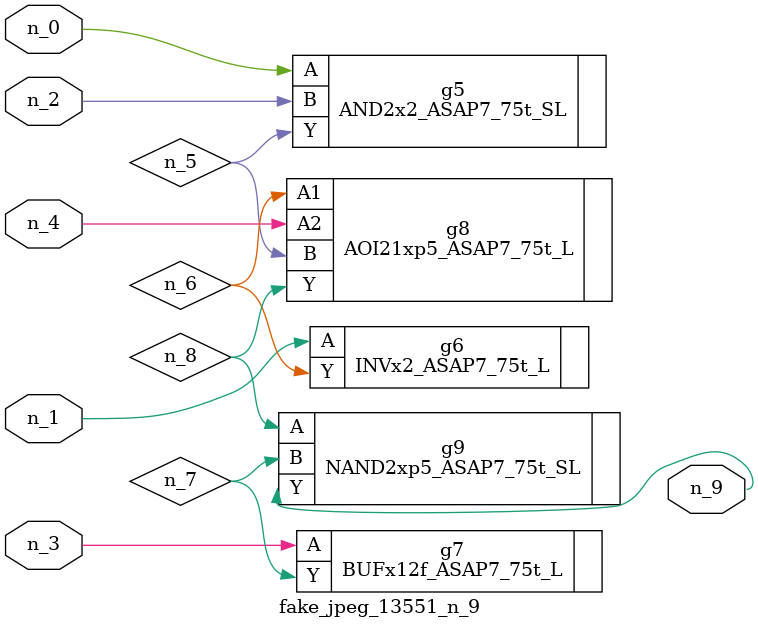
<source format=v>
module fake_jpeg_13551_n_9 (n_3, n_2, n_1, n_0, n_4, n_9);

input n_3;
input n_2;
input n_1;
input n_0;
input n_4;

output n_9;

wire n_8;
wire n_6;
wire n_5;
wire n_7;

AND2x2_ASAP7_75t_SL g5 ( 
.A(n_0),
.B(n_2),
.Y(n_5)
);

INVx2_ASAP7_75t_L g6 ( 
.A(n_1),
.Y(n_6)
);

BUFx12f_ASAP7_75t_L g7 ( 
.A(n_3),
.Y(n_7)
);

AOI21xp5_ASAP7_75t_L g8 ( 
.A1(n_6),
.A2(n_4),
.B(n_5),
.Y(n_8)
);

NAND2xp5_ASAP7_75t_SL g9 ( 
.A(n_8),
.B(n_7),
.Y(n_9)
);


endmodule
</source>
